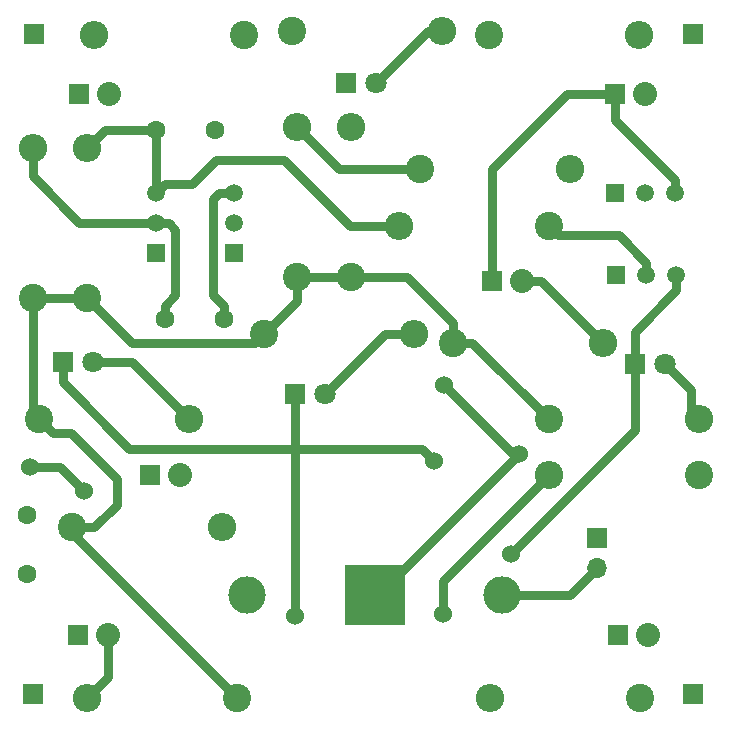
<source format=gbr>
G04 #@! TF.GenerationSoftware,KiCad,Pcbnew,(5.0.1)-4*
G04 #@! TF.CreationDate,2019-02-28T18:49:44-05:00*
G04 #@! TF.ProjectId,km-skillz-badge-kit,6B6D2D736B696C6C7A2D62616467652D,rev?*
G04 #@! TF.SameCoordinates,Original*
G04 #@! TF.FileFunction,Copper,L2,Bot,Signal*
G04 #@! TF.FilePolarity,Positive*
%FSLAX46Y46*%
G04 Gerber Fmt 4.6, Leading zero omitted, Abs format (unit mm)*
G04 Created by KiCad (PCBNEW (5.0.1)-4) date 2/28/2019 6:49:44 PM*
%MOMM*%
%LPD*%
G01*
G04 APERTURE LIST*
G04 #@! TA.AperFunction,ComponentPad*
%ADD10O,1.700000X1.700000*%
G04 #@! TD*
G04 #@! TA.AperFunction,ComponentPad*
%ADD11R,1.700000X1.700000*%
G04 #@! TD*
G04 #@! TA.AperFunction,ComponentPad*
%ADD12C,3.175000*%
G04 #@! TD*
G04 #@! TA.AperFunction,SMDPad,CuDef*
%ADD13R,5.080000X5.080000*%
G04 #@! TD*
G04 #@! TA.AperFunction,ComponentPad*
%ADD14R,1.778000X1.778000*%
G04 #@! TD*
G04 #@! TA.AperFunction,ComponentPad*
%ADD15C,2.032000*%
G04 #@! TD*
G04 #@! TA.AperFunction,ComponentPad*
%ADD16C,1.800000*%
G04 #@! TD*
G04 #@! TA.AperFunction,ComponentPad*
%ADD17R,1.800000X1.800000*%
G04 #@! TD*
G04 #@! TA.AperFunction,ComponentPad*
%ADD18C,1.520000*%
G04 #@! TD*
G04 #@! TA.AperFunction,ComponentPad*
%ADD19R,1.520000X1.520000*%
G04 #@! TD*
G04 #@! TA.AperFunction,ComponentPad*
%ADD20C,1.600000*%
G04 #@! TD*
G04 #@! TA.AperFunction,ComponentPad*
%ADD21C,2.400000*%
G04 #@! TD*
G04 #@! TA.AperFunction,ComponentPad*
%ADD22O,2.400000X2.400000*%
G04 #@! TD*
G04 #@! TA.AperFunction,ViaPad*
%ADD23C,1.524000*%
G04 #@! TD*
G04 #@! TA.AperFunction,Conductor*
%ADD24C,0.762000*%
G04 #@! TD*
G04 APERTURE END LIST*
D10*
G04 #@! TO.P,J1,2*
G04 #@! TO.N,Net-(BT1-Pad1)*
X170180000Y-101092000D03*
D11*
G04 #@! TO.P,J1,1*
G04 #@! TO.N,VCC*
X170180000Y-98552000D03*
G04 #@! TD*
D12*
G04 #@! TO.P,BT1,1*
G04 #@! TO.N,Net-(BT1-Pad1)*
X162179000Y-103378000D03*
X140589000Y-103378000D03*
D13*
G04 #@! TO.P,BT1,2*
G04 #@! TO.N,GND*
X151384000Y-103378000D03*
G04 #@! TD*
D14*
G04 #@! TO.P,D4,1*
G04 #@! TO.N,Net-(D1-Pad1)*
X126238000Y-106807000D03*
D15*
G04 #@! TO.P,D4,2*
G04 #@! TO.N,Net-(D4-Pad2)*
X128778000Y-106807000D03*
G04 #@! TD*
G04 #@! TO.P,D3,2*
G04 #@! TO.N,Net-(D3-Pad2)*
X174498000Y-106807000D03*
D14*
G04 #@! TO.P,D3,1*
G04 #@! TO.N,Net-(D1-Pad1)*
X171958000Y-106807000D03*
G04 #@! TD*
G04 #@! TO.P,D1,1*
G04 #@! TO.N,Net-(D1-Pad1)*
X126365000Y-60960000D03*
D15*
G04 #@! TO.P,D1,2*
G04 #@! TO.N,Net-(D1-Pad2)*
X128905000Y-60960000D03*
G04 #@! TD*
D14*
G04 #@! TO.P,D2,1*
G04 #@! TO.N,Net-(D1-Pad1)*
X171704000Y-60960000D03*
D15*
G04 #@! TO.P,D2,2*
G04 #@! TO.N,Net-(D2-Pad2)*
X174244000Y-60960000D03*
G04 #@! TD*
G04 #@! TO.P,D5,2*
G04 #@! TO.N,Net-(D5-Pad2)*
X134874000Y-93218000D03*
D14*
G04 #@! TO.P,D5,1*
G04 #@! TO.N,Net-(D1-Pad1)*
X132334000Y-93218000D03*
G04 #@! TD*
D15*
G04 #@! TO.P,D6,2*
G04 #@! TO.N,Net-(D6-Pad2)*
X163830000Y-76835000D03*
D14*
G04 #@! TO.P,D6,1*
G04 #@! TO.N,Net-(D1-Pad1)*
X161290000Y-76835000D03*
G04 #@! TD*
D16*
G04 #@! TO.P,D7,2*
G04 #@! TO.N,Net-(D7-Pad2)*
X151511000Y-60020200D03*
D17*
G04 #@! TO.P,D7,1*
G04 #@! TO.N,Net-(D10-Pad1)*
X148971000Y-60020200D03*
G04 #@! TD*
G04 #@! TO.P,D8,1*
G04 #@! TO.N,Net-(D10-Pad1)*
X173431200Y-83820000D03*
D16*
G04 #@! TO.P,D8,2*
G04 #@! TO.N,Net-(D8-Pad2)*
X175971200Y-83820000D03*
G04 #@! TD*
D17*
G04 #@! TO.P,D10,1*
G04 #@! TO.N,Net-(D10-Pad1)*
X124968000Y-83693000D03*
D16*
G04 #@! TO.P,D10,2*
G04 #@! TO.N,Net-(D10-Pad2)*
X127508000Y-83693000D03*
G04 #@! TD*
G04 #@! TO.P,D11,2*
G04 #@! TO.N,Net-(D11-Pad2)*
X147193000Y-86360000D03*
D17*
G04 #@! TO.P,D11,1*
G04 #@! TO.N,Net-(D10-Pad1)*
X144653000Y-86360000D03*
G04 #@! TD*
D18*
G04 #@! TO.P,Q1,2*
G04 #@! TO.N,Net-(Q1-Pad2)*
X174244000Y-69342000D03*
G04 #@! TO.P,Q1,3*
G04 #@! TO.N,Net-(D1-Pad1)*
X176784000Y-69342000D03*
D19*
G04 #@! TO.P,Q1,1*
G04 #@! TO.N,GND*
X171704000Y-69342000D03*
G04 #@! TD*
G04 #@! TO.P,Q2,1*
G04 #@! TO.N,GND*
X171831000Y-76327000D03*
D18*
G04 #@! TO.P,Q2,3*
G04 #@! TO.N,Net-(D10-Pad1)*
X176911000Y-76327000D03*
G04 #@! TO.P,Q2,2*
G04 #@! TO.N,Net-(Q2-Pad2)*
X174371000Y-76327000D03*
G04 #@! TD*
D19*
G04 #@! TO.P,Q3,1*
G04 #@! TO.N,GND*
X139446000Y-74422000D03*
D18*
G04 #@! TO.P,Q3,3*
G04 #@! TO.N,Net-(C1-Pad1)*
X139446000Y-69342000D03*
G04 #@! TO.P,Q3,2*
G04 #@! TO.N,Net-(C2-Pad1)*
X139446000Y-71882000D03*
G04 #@! TD*
G04 #@! TO.P,Q4,2*
G04 #@! TO.N,Net-(C1-Pad2)*
X132842000Y-71882000D03*
G04 #@! TO.P,Q4,3*
G04 #@! TO.N,Net-(C2-Pad2)*
X132842000Y-69342000D03*
D19*
G04 #@! TO.P,Q4,1*
G04 #@! TO.N,GND*
X132842000Y-74422000D03*
G04 #@! TD*
D20*
G04 #@! TO.P,C1,2*
G04 #@! TO.N,Net-(C1-Pad2)*
X133604000Y-80010000D03*
G04 #@! TO.P,C1,1*
G04 #@! TO.N,Net-(C1-Pad1)*
X138604000Y-80010000D03*
G04 #@! TD*
G04 #@! TO.P,C2,2*
G04 #@! TO.N,Net-(C2-Pad2)*
X132842000Y-64008000D03*
G04 #@! TO.P,C2,1*
G04 #@! TO.N,Net-(C2-Pad1)*
X137842000Y-64008000D03*
G04 #@! TD*
G04 #@! TO.P,C3,2*
G04 #@! TO.N,GND*
X121920000Y-96600000D03*
G04 #@! TO.P,C3,1*
G04 #@! TO.N,Net-(BT1-Pad1)*
X121920000Y-101600000D03*
G04 #@! TD*
D11*
G04 #@! TO.P,MTH1,1*
G04 #@! TO.N,N/C*
X178308000Y-55880000D03*
G04 #@! TD*
G04 #@! TO.P,MTH2,1*
G04 #@! TO.N,N/C*
X122555000Y-55880000D03*
G04 #@! TD*
G04 #@! TO.P,MTH3,1*
G04 #@! TO.N,N/C*
X122428000Y-111760000D03*
G04 #@! TD*
G04 #@! TO.P,MTH4,1*
G04 #@! TO.N,N/C*
X178308000Y-111760000D03*
G04 #@! TD*
D21*
G04 #@! TO.P,R1,1*
G04 #@! TO.N,VCC*
X140335000Y-56007000D03*
D22*
G04 #@! TO.P,R1,2*
G04 #@! TO.N,Net-(D1-Pad2)*
X127635000Y-56007000D03*
G04 #@! TD*
G04 #@! TO.P,R2,2*
G04 #@! TO.N,Net-(D2-Pad2)*
X173736000Y-56007000D03*
D21*
G04 #@! TO.P,R2,1*
G04 #@! TO.N,VCC*
X161036000Y-56007000D03*
G04 #@! TD*
G04 #@! TO.P,R3,1*
G04 #@! TO.N,VCC*
X173863000Y-112141000D03*
D22*
G04 #@! TO.P,R3,2*
G04 #@! TO.N,Net-(D3-Pad2)*
X161163000Y-112141000D03*
G04 #@! TD*
G04 #@! TO.P,R4,2*
G04 #@! TO.N,Net-(D4-Pad2)*
X127000000Y-112141000D03*
D21*
G04 #@! TO.P,R4,1*
G04 #@! TO.N,VCC*
X139700000Y-112141000D03*
G04 #@! TD*
G04 #@! TO.P,R5,1*
G04 #@! TO.N,VCC*
X125730000Y-97663000D03*
D22*
G04 #@! TO.P,R5,2*
G04 #@! TO.N,Net-(D5-Pad2)*
X138430000Y-97663000D03*
G04 #@! TD*
G04 #@! TO.P,R6,2*
G04 #@! TO.N,Net-(D6-Pad2)*
X170688000Y-82042000D03*
D21*
G04 #@! TO.P,R6,1*
G04 #@! TO.N,VCC*
X157988000Y-82042000D03*
G04 #@! TD*
G04 #@! TO.P,R7,1*
G04 #@! TO.N,VCC*
X144399000Y-55626000D03*
D22*
G04 #@! TO.P,R7,2*
G04 #@! TO.N,Net-(D7-Pad2)*
X157099000Y-55626000D03*
G04 #@! TD*
G04 #@! TO.P,R8,2*
G04 #@! TO.N,Net-(D8-Pad2)*
X178816000Y-88519000D03*
D21*
G04 #@! TO.P,R8,1*
G04 #@! TO.N,VCC*
X166116000Y-88519000D03*
G04 #@! TD*
G04 #@! TO.P,R9,1*
G04 #@! TO.N,VCC*
X178816000Y-93218000D03*
D22*
G04 #@! TO.P,R9,2*
G04 #@! TO.N,Net-(D9-Pad2)*
X166116000Y-93218000D03*
G04 #@! TD*
G04 #@! TO.P,R10,2*
G04 #@! TO.N,Net-(D10-Pad2)*
X135636000Y-88468200D03*
D21*
G04 #@! TO.P,R10,1*
G04 #@! TO.N,VCC*
X122936000Y-88468200D03*
G04 #@! TD*
G04 #@! TO.P,R11,1*
G04 #@! TO.N,VCC*
X141986000Y-81280000D03*
D22*
G04 #@! TO.P,R11,2*
G04 #@! TO.N,Net-(D11-Pad2)*
X154686000Y-81280000D03*
G04 #@! TD*
D21*
G04 #@! TO.P,R12,1*
G04 #@! TO.N,Net-(C1-Pad1)*
X155194000Y-67310000D03*
D22*
G04 #@! TO.P,R12,2*
G04 #@! TO.N,Net-(Q1-Pad2)*
X167894000Y-67310000D03*
G04 #@! TD*
G04 #@! TO.P,R13,2*
G04 #@! TO.N,Net-(C2-Pad2)*
X153416000Y-72136000D03*
D21*
G04 #@! TO.P,R13,1*
G04 #@! TO.N,Net-(Q2-Pad2)*
X166116000Y-72136000D03*
G04 #@! TD*
D22*
G04 #@! TO.P,R14,2*
G04 #@! TO.N,Net-(C1-Pad1)*
X144780000Y-63754000D03*
D21*
G04 #@! TO.P,R14,1*
G04 #@! TO.N,VCC*
X144780000Y-76454000D03*
G04 #@! TD*
D22*
G04 #@! TO.P,R15,2*
G04 #@! TO.N,Net-(C1-Pad2)*
X122428000Y-65532000D03*
D21*
G04 #@! TO.P,R15,1*
G04 #@! TO.N,VCC*
X122428000Y-78232000D03*
G04 #@! TD*
G04 #@! TO.P,R16,1*
G04 #@! TO.N,VCC*
X149352000Y-76454000D03*
D22*
G04 #@! TO.P,R16,2*
G04 #@! TO.N,Net-(C2-Pad1)*
X149352000Y-63754000D03*
G04 #@! TD*
G04 #@! TO.P,R17,2*
G04 #@! TO.N,Net-(C2-Pad2)*
X127000000Y-65532000D03*
D21*
G04 #@! TO.P,R17,1*
G04 #@! TO.N,VCC*
X127000000Y-78232000D03*
G04 #@! TD*
D23*
G04 #@! TO.N,GND*
X163576000Y-91440000D03*
X157226000Y-85598000D03*
G04 #@! TO.N,Net-(D1-Pad1)*
X126746000Y-94615000D03*
X122174000Y-92557600D03*
G04 #@! TO.N,Net-(D9-Pad2)*
X157124400Y-105029000D03*
G04 #@! TO.N,Net-(D10-Pad1)*
X162915600Y-99923600D03*
X156362400Y-92075000D03*
X144653000Y-105167000D03*
G04 #@! TD*
D24*
G04 #@! TO.N,GND*
X149225000Y-105537000D02*
X151384000Y-103378000D01*
X151638000Y-103378000D02*
X151384000Y-103378000D01*
X163576000Y-91440000D02*
X151638000Y-103378000D01*
X163068000Y-91440000D02*
X163576000Y-91440000D01*
X157226000Y-85598000D02*
X163068000Y-91440000D01*
G04 #@! TO.N,Net-(D4-Pad2)*
X128778000Y-110363000D02*
X127000000Y-112141000D01*
X128778000Y-106807000D02*
X128778000Y-110363000D01*
G04 #@! TO.N,Net-(D6-Pad2)*
X165481000Y-76835000D02*
X170688000Y-82042000D01*
X163830000Y-76835000D02*
X165481000Y-76835000D01*
G04 #@! TO.N,VCC*
X127000000Y-78232000D02*
X122428000Y-78232000D01*
X165608000Y-88519000D02*
X166116000Y-88519000D01*
X159639000Y-82042000D02*
X157988000Y-82042000D01*
X166116000Y-88519000D02*
X159639000Y-82042000D01*
X122428000Y-87960200D02*
X122936000Y-88468200D01*
X122428000Y-78232000D02*
X122428000Y-87960200D01*
X124135999Y-89668199D02*
X125634599Y-89668199D01*
X122936000Y-88468200D02*
X124135999Y-89668199D01*
X125813361Y-98254361D02*
X125813361Y-97746361D01*
X139700000Y-112141000D02*
X125813361Y-98254361D01*
X125634599Y-89668199D02*
X129540000Y-93573600D01*
X129540000Y-93573600D02*
X129540000Y-95758000D01*
X125896722Y-97663000D02*
X125813361Y-97746361D01*
X127635000Y-97663000D02*
X125896722Y-97663000D01*
X129540000Y-95758000D02*
X127635000Y-97663000D01*
X144780000Y-76454000D02*
X144780000Y-78486000D01*
X151049056Y-76454000D02*
X149352000Y-76454000D01*
X154097056Y-76454000D02*
X151049056Y-76454000D01*
X157988000Y-80344944D02*
X154097056Y-76454000D01*
X157988000Y-82042000D02*
X157988000Y-80344944D01*
X149352000Y-76454000D02*
X144780000Y-76454000D01*
X141224000Y-82042000D02*
X141986000Y-81280000D01*
X127000000Y-78232000D02*
X130810000Y-82042000D01*
X130810000Y-82042000D02*
X141224000Y-82042000D01*
X144780000Y-78486000D02*
X141986000Y-81280000D01*
G04 #@! TO.N,Net-(C2-Pad2)*
X132842000Y-69342000D02*
X132842000Y-68072000D01*
X132842000Y-68072000D02*
X132842000Y-64008000D01*
X133601999Y-68582001D02*
X135887999Y-68582001D01*
X132842000Y-69342000D02*
X133601999Y-68582001D01*
X135887999Y-68582001D02*
X137922000Y-66548000D01*
X128524000Y-64008000D02*
X127000000Y-65532000D01*
X132842000Y-64008000D02*
X128524000Y-64008000D01*
X137922000Y-66548000D02*
X143662400Y-66548000D01*
X149250400Y-72136000D02*
X153416000Y-72136000D01*
X143662400Y-66548000D02*
X149250400Y-72136000D01*
G04 #@! TO.N,Net-(D1-Pad1)*
X171704000Y-62611000D02*
X171704000Y-60960000D01*
X171704000Y-63187198D02*
X171704000Y-62611000D01*
X176784000Y-68267198D02*
X171704000Y-63187198D01*
X176784000Y-69342000D02*
X176784000Y-68267198D01*
X171704000Y-60960000D02*
X167640000Y-60960000D01*
X161290000Y-67310000D02*
X161290000Y-76835000D01*
X167640000Y-60960000D02*
X161290000Y-67310000D01*
X126746000Y-94615000D02*
X124688600Y-92557600D01*
X124688600Y-92557600D02*
X122174000Y-92557600D01*
G04 #@! TO.N,Net-(D7-Pad2)*
X155905200Y-55626000D02*
X151511000Y-60020200D01*
X157099000Y-55626000D02*
X155905200Y-55626000D01*
G04 #@! TO.N,Net-(D8-Pad2)*
X178181000Y-86029800D02*
X175971200Y-83820000D01*
X178181000Y-88519000D02*
X178181000Y-86029800D01*
G04 #@! TO.N,Net-(D9-Pad2)*
X166116000Y-93218000D02*
X157124400Y-102209600D01*
X157124400Y-104546400D02*
X157124400Y-105029000D01*
X157124400Y-102209600D02*
X157124400Y-105029000D01*
G04 #@! TO.N,Net-(D10-Pad2)*
X130860800Y-83693000D02*
X127508000Y-83693000D01*
X135636000Y-88468200D02*
X130860800Y-83693000D01*
G04 #@! TO.N,Net-(D11-Pad2)*
X152273000Y-81280000D02*
X154686000Y-81280000D01*
X147193000Y-86360000D02*
X152273000Y-81280000D01*
G04 #@! TO.N,Net-(Q2-Pad2)*
X174371000Y-75252198D02*
X174371000Y-76327000D01*
X172054801Y-72935999D02*
X174371000Y-75252198D01*
X166915999Y-72935999D02*
X172054801Y-72935999D01*
X166116000Y-72136000D02*
X166915999Y-72935999D01*
G04 #@! TO.N,Net-(BT1-Pad1)*
X167894000Y-103378000D02*
X170180000Y-101092000D01*
X162179000Y-103378000D02*
X167894000Y-103378000D01*
G04 #@! TO.N,Net-(C1-Pad2)*
X133916802Y-71882000D02*
X132842000Y-71882000D01*
X134491001Y-72456199D02*
X133916802Y-71882000D01*
X134491001Y-77991629D02*
X134491001Y-72456199D01*
X133604000Y-78878630D02*
X134491001Y-77991629D01*
X133604000Y-80010000D02*
X133604000Y-78878630D01*
X122428000Y-67933370D02*
X122428000Y-65532000D01*
X132842000Y-71882000D02*
X126376630Y-71882000D01*
X126376630Y-71882000D02*
X122428000Y-67933370D01*
G04 #@! TO.N,Net-(C1-Pad1)*
X138604000Y-78878630D02*
X137668000Y-77942630D01*
X138604000Y-80010000D02*
X138604000Y-78878630D01*
X137668000Y-77942630D02*
X137668000Y-69850000D01*
X138176000Y-69342000D02*
X139446000Y-69342000D01*
X137668000Y-69850000D02*
X138176000Y-69342000D01*
X148336000Y-67310000D02*
X144780000Y-63754000D01*
X155194000Y-67310000D02*
X148336000Y-67310000D01*
G04 #@! TO.N,Net-(D10-Pad1)*
X176911000Y-77597000D02*
X176911000Y-76327000D01*
X173431200Y-83820000D02*
X173431200Y-81076800D01*
X173431200Y-81076800D02*
X176911000Y-77597000D01*
X144653000Y-88022000D02*
X144653000Y-86360000D01*
X173431200Y-89408000D02*
X162915600Y-99923600D01*
X173431200Y-83820000D02*
X173431200Y-89408000D01*
X130595800Y-90982800D02*
X144653000Y-90982800D01*
X124968000Y-85355000D02*
X130595800Y-90982800D01*
X124968000Y-83693000D02*
X124968000Y-85355000D01*
X144653000Y-86360000D02*
X144653000Y-90982800D01*
X144653000Y-90982800D02*
X144653000Y-105167000D01*
X144653000Y-90982800D02*
X155397200Y-90982800D01*
X156362400Y-91948000D02*
X156362400Y-92075000D01*
X155397200Y-90982800D02*
X156362400Y-92075000D01*
G04 #@! TD*
M02*

</source>
